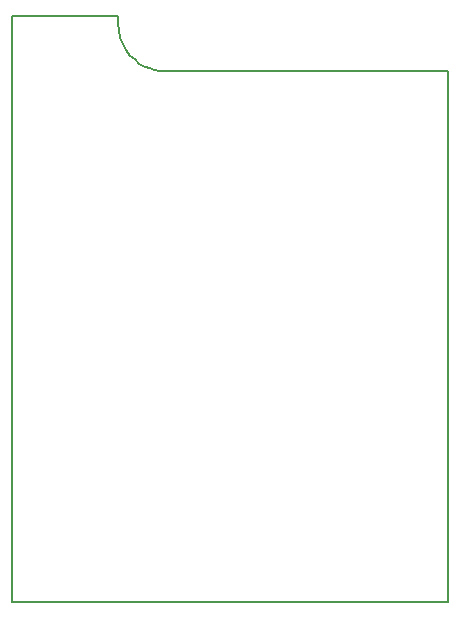
<source format=gm1>
G04 #@! TF.GenerationSoftware,KiCad,Pcbnew,(5.0.1)-4*
G04 #@! TF.CreationDate,2018-12-06T20:38:25-05:00*
G04 #@! TF.ProjectId,TrafMasterV1,547261664D617374657256312E6B6963,V1*
G04 #@! TF.SameCoordinates,Original*
G04 #@! TF.FileFunction,Profile,NP*
%FSLAX46Y46*%
G04 Gerber Fmt 4.6, Leading zero omitted, Abs format (unit mm)*
G04 Created by KiCad (PCBNEW (5.0.1)-4) date 12/6/2018 8:38:25 PM*
%MOMM*%
%LPD*%
G01*
G04 APERTURE LIST*
%ADD10C,0.150000*%
G04 APERTURE END LIST*
D10*
X98425000Y-59563000D02*
X98806000Y-59563000D01*
X97917000Y-59436000D02*
X98425000Y-59563000D01*
X97536000Y-59309000D02*
X97917000Y-59436000D01*
X97155000Y-59182000D02*
X97536000Y-59309000D01*
X96647000Y-58928000D02*
X97155000Y-59182000D01*
X96266000Y-58547000D02*
X96647000Y-58928000D01*
X95885000Y-58293000D02*
X96266000Y-58547000D01*
X95504000Y-57785000D02*
X95885000Y-58293000D01*
X95250000Y-57277000D02*
X95504000Y-57785000D01*
X94996000Y-56769000D02*
X95250000Y-57277000D01*
X94869000Y-55499000D02*
X94996000Y-56769000D01*
X94869000Y-55499000D02*
X94869000Y-54864000D01*
X85852000Y-54864000D02*
X94869000Y-54864000D01*
X122809000Y-59563000D02*
X98806000Y-59563000D01*
X122809000Y-104521000D02*
X122809000Y-59563000D01*
X85852000Y-104521000D02*
X122809000Y-104521000D01*
X85852000Y-104521000D02*
X85852000Y-54864000D01*
M02*

</source>
